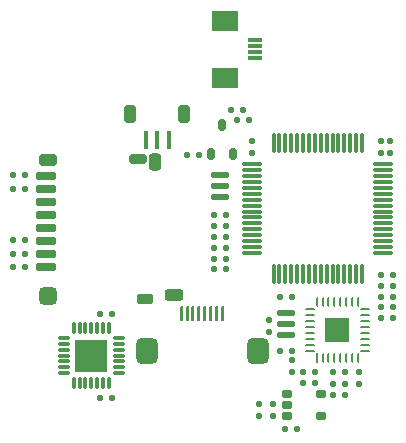
<source format=gtp>
G04*
G04 #@! TF.GenerationSoftware,Altium Limited,Altium Designer,21.9.2 (33)*
G04*
G04 Layer_Color=8421504*
%FSLAX25Y25*%
%MOIN*%
G70*
G04*
G04 #@! TF.SameCoordinates,3BF94A5F-7B75-4F2F-B618-769F4B2F0BBE*
G04*
G04*
G04 #@! TF.FilePolarity,Positive*
G04*
G01*
G75*
%ADD18R,0.08466X0.08466*%
G04:AMPARAMS|DCode=19|XSize=20mil|YSize=20mil|CornerRadius=5mil|HoleSize=0mil|Usage=FLASHONLY|Rotation=90.000|XOffset=0mil|YOffset=0mil|HoleType=Round|Shape=RoundedRectangle|*
%AMROUNDEDRECTD19*
21,1,0.02000,0.01000,0,0,90.0*
21,1,0.01000,0.02000,0,0,90.0*
1,1,0.01000,0.00500,0.00500*
1,1,0.01000,0.00500,-0.00500*
1,1,0.01000,-0.00500,-0.00500*
1,1,0.01000,-0.00500,0.00500*
%
%ADD19ROUNDEDRECTD19*%
G04:AMPARAMS|DCode=20|XSize=27.56mil|YSize=68.9mil|CornerRadius=6.89mil|HoleSize=0mil|Usage=FLASHONLY|Rotation=270.000|XOffset=0mil|YOffset=0mil|HoleType=Round|Shape=RoundedRectangle|*
%AMROUNDEDRECTD20*
21,1,0.02756,0.05512,0,0,270.0*
21,1,0.01378,0.06890,0,0,270.0*
1,1,0.01378,-0.02756,-0.00689*
1,1,0.01378,-0.02756,0.00689*
1,1,0.01378,0.02756,0.00689*
1,1,0.01378,0.02756,-0.00689*
%
%ADD20ROUNDEDRECTD20*%
G04:AMPARAMS|DCode=21|XSize=39.37mil|YSize=61.02mil|CornerRadius=9.84mil|HoleSize=0mil|Usage=FLASHONLY|Rotation=270.000|XOffset=0mil|YOffset=0mil|HoleType=Round|Shape=RoundedRectangle|*
%AMROUNDEDRECTD21*
21,1,0.03937,0.04134,0,0,270.0*
21,1,0.01968,0.06102,0,0,270.0*
1,1,0.01968,-0.02067,-0.00984*
1,1,0.01968,-0.02067,0.00984*
1,1,0.01968,0.02067,0.00984*
1,1,0.01968,0.02067,-0.00984*
%
%ADD21ROUNDEDRECTD21*%
G04:AMPARAMS|DCode=22|XSize=57.09mil|YSize=39.37mil|CornerRadius=9.84mil|HoleSize=0mil|Usage=FLASHONLY|Rotation=270.000|XOffset=0mil|YOffset=0mil|HoleType=Round|Shape=RoundedRectangle|*
%AMROUNDEDRECTD22*
21,1,0.05709,0.01968,0,0,270.0*
21,1,0.03740,0.03937,0,0,270.0*
1,1,0.01968,-0.00984,-0.01870*
1,1,0.01968,-0.00984,0.01870*
1,1,0.01968,0.00984,0.01870*
1,1,0.01968,0.00984,-0.01870*
%
%ADD22ROUNDEDRECTD22*%
G04:AMPARAMS|DCode=23|XSize=59.06mil|YSize=59.06mil|CornerRadius=14.76mil|HoleSize=0mil|Usage=FLASHONLY|Rotation=270.000|XOffset=0mil|YOffset=0mil|HoleType=Round|Shape=RoundedRectangle|*
%AMROUNDEDRECTD23*
21,1,0.05906,0.02953,0,0,270.0*
21,1,0.02953,0.05906,0,0,270.0*
1,1,0.02953,-0.01476,-0.01476*
1,1,0.02953,-0.01476,0.01476*
1,1,0.02953,0.01476,0.01476*
1,1,0.02953,0.01476,-0.01476*
%
%ADD23ROUNDEDRECTD23*%
G04:AMPARAMS|DCode=24|XSize=40mil|YSize=59.06mil|CornerRadius=10mil|HoleSize=0mil|Usage=FLASHONLY|Rotation=270.000|XOffset=0mil|YOffset=0mil|HoleType=Round|Shape=RoundedRectangle|*
%AMROUNDEDRECTD24*
21,1,0.04000,0.03906,0,0,270.0*
21,1,0.02000,0.05906,0,0,270.0*
1,1,0.02000,-0.01953,-0.01000*
1,1,0.02000,-0.01953,0.01000*
1,1,0.02000,0.01953,0.01000*
1,1,0.02000,0.01953,-0.01000*
%
%ADD24ROUNDEDRECTD24*%
G04:AMPARAMS|DCode=25|XSize=31.5mil|YSize=55.12mil|CornerRadius=7.87mil|HoleSize=0mil|Usage=FLASHONLY|Rotation=270.000|XOffset=0mil|YOffset=0mil|HoleType=Round|Shape=RoundedRectangle|*
%AMROUNDEDRECTD25*
21,1,0.03150,0.03937,0,0,270.0*
21,1,0.01575,0.05512,0,0,270.0*
1,1,0.01575,-0.01968,-0.00787*
1,1,0.01575,-0.01968,0.00787*
1,1,0.01575,0.01968,0.00787*
1,1,0.01575,0.01968,-0.00787*
%
%ADD25ROUNDEDRECTD25*%
G04:AMPARAMS|DCode=26|XSize=31.5mil|YSize=59.06mil|CornerRadius=7.87mil|HoleSize=0mil|Usage=FLASHONLY|Rotation=270.000|XOffset=0mil|YOffset=0mil|HoleType=Round|Shape=RoundedRectangle|*
%AMROUNDEDRECTD26*
21,1,0.03150,0.04331,0,0,270.0*
21,1,0.01575,0.05906,0,0,270.0*
1,1,0.01575,-0.02165,-0.00787*
1,1,0.01575,-0.02165,0.00787*
1,1,0.01575,0.02165,0.00787*
1,1,0.01575,0.02165,-0.00787*
%
%ADD26ROUNDEDRECTD26*%
%ADD27R,0.05118X0.01181*%
%ADD28R,0.08661X0.07087*%
G04:AMPARAMS|DCode=29|XSize=86mil|YSize=72mil|CornerRadius=18mil|HoleSize=0mil|Usage=FLASHONLY|Rotation=270.000|XOffset=0mil|YOffset=0mil|HoleType=Round|Shape=RoundedRectangle|*
%AMROUNDEDRECTD29*
21,1,0.08600,0.03600,0,0,270.0*
21,1,0.05000,0.07200,0,0,270.0*
1,1,0.03600,-0.01800,-0.02500*
1,1,0.03600,-0.01800,0.02500*
1,1,0.03600,0.01800,0.02500*
1,1,0.03600,0.01800,-0.02500*
%
%ADD29ROUNDEDRECTD29*%
G04:AMPARAMS|DCode=30|XSize=23.62mil|YSize=35mil|CornerRadius=5.91mil|HoleSize=0mil|Usage=FLASHONLY|Rotation=90.000|XOffset=0mil|YOffset=0mil|HoleType=Round|Shape=RoundedRectangle|*
%AMROUNDEDRECTD30*
21,1,0.02362,0.02319,0,0,90.0*
21,1,0.01181,0.03500,0,0,90.0*
1,1,0.01181,0.01159,0.00591*
1,1,0.01181,0.01159,-0.00591*
1,1,0.01181,-0.01159,-0.00591*
1,1,0.01181,-0.01159,0.00591*
%
%ADD30ROUNDEDRECTD30*%
G04:AMPARAMS|DCode=31|XSize=50mil|YSize=10mil|CornerRadius=2.5mil|HoleSize=0mil|Usage=FLASHONLY|Rotation=90.000|XOffset=0mil|YOffset=0mil|HoleType=Round|Shape=RoundedRectangle|*
%AMROUNDEDRECTD31*
21,1,0.05000,0.00500,0,0,90.0*
21,1,0.04500,0.01000,0,0,90.0*
1,1,0.00500,0.00250,0.02250*
1,1,0.00500,0.00250,-0.02250*
1,1,0.00500,-0.00250,-0.02250*
1,1,0.00500,-0.00250,0.02250*
%
%ADD31ROUNDEDRECTD31*%
G04:AMPARAMS|DCode=32|XSize=23.62mil|YSize=39.37mil|CornerRadius=5.91mil|HoleSize=0mil|Usage=FLASHONLY|Rotation=180.000|XOffset=0mil|YOffset=0mil|HoleType=Round|Shape=RoundedRectangle|*
%AMROUNDEDRECTD32*
21,1,0.02362,0.02756,0,0,180.0*
21,1,0.01181,0.03937,0,0,180.0*
1,1,0.01181,-0.00591,0.01378*
1,1,0.01181,0.00591,0.01378*
1,1,0.01181,0.00591,-0.01378*
1,1,0.01181,-0.00591,-0.01378*
%
%ADD32ROUNDEDRECTD32*%
%ADD33O,0.07087X0.01181*%
%ADD34O,0.01181X0.07087*%
%ADD35R,0.10630X0.11024*%
G04:AMPARAMS|DCode=36|XSize=12mil|YSize=38mil|CornerRadius=3mil|HoleSize=0mil|Usage=FLASHONLY|Rotation=0.000|XOffset=0mil|YOffset=0mil|HoleType=Round|Shape=RoundedRectangle|*
%AMROUNDEDRECTD36*
21,1,0.01200,0.03200,0,0,0.0*
21,1,0.00600,0.03800,0,0,0.0*
1,1,0.00600,0.00300,-0.01600*
1,1,0.00600,-0.00300,-0.01600*
1,1,0.00600,-0.00300,0.01600*
1,1,0.00600,0.00300,0.01600*
%
%ADD36ROUNDEDRECTD36*%
G04:AMPARAMS|DCode=37|XSize=12mil|YSize=38mil|CornerRadius=3mil|HoleSize=0mil|Usage=FLASHONLY|Rotation=90.000|XOffset=0mil|YOffset=0mil|HoleType=Round|Shape=RoundedRectangle|*
%AMROUNDEDRECTD37*
21,1,0.01200,0.03200,0,0,90.0*
21,1,0.00600,0.03800,0,0,90.0*
1,1,0.00600,0.01600,0.00300*
1,1,0.00600,0.01600,-0.00300*
1,1,0.00600,-0.01600,-0.00300*
1,1,0.00600,-0.01600,0.00300*
%
%ADD37ROUNDEDRECTD37*%
G04:AMPARAMS|DCode=38|XSize=9.42mil|YSize=31.88mil|CornerRadius=4.71mil|HoleSize=0mil|Usage=FLASHONLY|Rotation=90.000|XOffset=0mil|YOffset=0mil|HoleType=Round|Shape=RoundedRectangle|*
%AMROUNDEDRECTD38*
21,1,0.00942,0.02245,0,0,90.0*
21,1,0.00000,0.03188,0,0,90.0*
1,1,0.00942,0.01123,0.00000*
1,1,0.00942,0.01123,0.00000*
1,1,0.00942,-0.01123,0.00000*
1,1,0.00942,-0.01123,0.00000*
%
%ADD38ROUNDEDRECTD38*%
G04:AMPARAMS|DCode=39|XSize=31.88mil|YSize=9.42mil|CornerRadius=4.71mil|HoleSize=0mil|Usage=FLASHONLY|Rotation=90.000|XOffset=0mil|YOffset=0mil|HoleType=Round|Shape=RoundedRectangle|*
%AMROUNDEDRECTD39*
21,1,0.03188,0.00000,0,0,90.0*
21,1,0.02245,0.00942,0,0,90.0*
1,1,0.00942,0.00000,0.01123*
1,1,0.00942,0.00000,-0.01123*
1,1,0.00942,0.00000,-0.01123*
1,1,0.00942,0.00000,0.01123*
%
%ADD39ROUNDEDRECTD39*%
%ADD40R,0.00942X0.03188*%
G04:AMPARAMS|DCode=41|XSize=21.65mil|YSize=57.09mil|CornerRadius=5.41mil|HoleSize=0mil|Usage=FLASHONLY|Rotation=270.000|XOffset=0mil|YOffset=0mil|HoleType=Round|Shape=RoundedRectangle|*
%AMROUNDEDRECTD41*
21,1,0.02165,0.04626,0,0,270.0*
21,1,0.01083,0.05709,0,0,270.0*
1,1,0.01083,-0.02313,-0.00541*
1,1,0.01083,-0.02313,0.00541*
1,1,0.01083,0.02313,0.00541*
1,1,0.01083,0.02313,-0.00541*
%
%ADD41ROUNDEDRECTD41*%
G04:AMPARAMS|DCode=42|XSize=21.65mil|YSize=57.09mil|CornerRadius=5.41mil|HoleSize=0mil|Usage=FLASHONLY|Rotation=270.000|XOffset=0mil|YOffset=0mil|HoleType=Round|Shape=RoundedRectangle|*
%AMROUNDEDRECTD42*
21,1,0.02165,0.04626,0,0,270.0*
21,1,0.01083,0.05709,0,0,270.0*
1,1,0.01083,-0.02313,-0.00541*
1,1,0.01083,-0.02313,0.00541*
1,1,0.01083,0.02313,0.00541*
1,1,0.01083,0.02313,-0.00541*
%
%ADD42ROUNDEDRECTD42*%
G04:AMPARAMS|DCode=43|XSize=15.75mil|YSize=59.06mil|CornerRadius=3.94mil|HoleSize=0mil|Usage=FLASHONLY|Rotation=0.000|XOffset=0mil|YOffset=0mil|HoleType=Round|Shape=RoundedRectangle|*
%AMROUNDEDRECTD43*
21,1,0.01575,0.05118,0,0,0.0*
21,1,0.00787,0.05906,0,0,0.0*
1,1,0.00787,0.00394,-0.02559*
1,1,0.00787,-0.00394,-0.02559*
1,1,0.00787,-0.00394,0.02559*
1,1,0.00787,0.00394,0.02559*
%
%ADD43ROUNDEDRECTD43*%
G04:AMPARAMS|DCode=44|XSize=39.37mil|YSize=59.06mil|CornerRadius=9.84mil|HoleSize=0mil|Usage=FLASHONLY|Rotation=0.000|XOffset=0mil|YOffset=0mil|HoleType=Round|Shape=RoundedRectangle|*
%AMROUNDEDRECTD44*
21,1,0.03937,0.03937,0,0,0.0*
21,1,0.01968,0.05906,0,0,0.0*
1,1,0.01968,0.00984,-0.01968*
1,1,0.01968,-0.00984,-0.01968*
1,1,0.01968,-0.00984,0.01968*
1,1,0.01968,0.00984,0.01968*
%
%ADD44ROUNDEDRECTD44*%
G04:AMPARAMS|DCode=45|XSize=20mil|YSize=20mil|CornerRadius=5mil|HoleSize=0mil|Usage=FLASHONLY|Rotation=180.000|XOffset=0mil|YOffset=0mil|HoleType=Round|Shape=RoundedRectangle|*
%AMROUNDEDRECTD45*
21,1,0.02000,0.01000,0,0,180.0*
21,1,0.01000,0.02000,0,0,180.0*
1,1,0.01000,-0.00500,0.00500*
1,1,0.01000,0.00500,0.00500*
1,1,0.01000,0.00500,-0.00500*
1,1,0.01000,-0.00500,-0.00500*
%
%ADD45ROUNDEDRECTD45*%
D18*
X45000Y-29000D02*
D03*
D19*
X-59100Y-3700D02*
D03*
X-63100D02*
D03*
X43500Y-46850D02*
D03*
X47500D02*
D03*
Y-43000D02*
D03*
X43500D02*
D03*
Y-50700D02*
D03*
X47500D02*
D03*
X63500Y-25000D02*
D03*
X59500D02*
D03*
X33500Y-46800D02*
D03*
X37500D02*
D03*
X27500Y-62000D02*
D03*
X31500D02*
D03*
X63500Y-10700D02*
D03*
X59500D02*
D03*
X3800Y-5140D02*
D03*
X7800D02*
D03*
X3800Y-1480D02*
D03*
X7800D02*
D03*
Y-8800D02*
D03*
X3800D02*
D03*
X7800Y2180D02*
D03*
X3800D02*
D03*
X11500Y41000D02*
D03*
X15500D02*
D03*
X13500Y44500D02*
D03*
X9500D02*
D03*
X7800Y5840D02*
D03*
X3800D02*
D03*
X-5000Y29500D02*
D03*
X-1000D02*
D03*
X63500Y-14275D02*
D03*
X59500D02*
D03*
X3800Y9500D02*
D03*
X7800D02*
D03*
X-63100Y18100D02*
D03*
X-59100D02*
D03*
X-63100Y22700D02*
D03*
X-59100D02*
D03*
X-30000Y-23500D02*
D03*
X-34000D02*
D03*
X-63100Y-8100D02*
D03*
X-59100D02*
D03*
X-63100Y900D02*
D03*
X-59100D02*
D03*
X-30000Y-51500D02*
D03*
X-34000D02*
D03*
X33500Y-43000D02*
D03*
X37500D02*
D03*
X30000Y-36000D02*
D03*
X26000D02*
D03*
X59500Y-17850D02*
D03*
X63500D02*
D03*
X30000Y-18000D02*
D03*
X26000D02*
D03*
X59500Y-21425D02*
D03*
X63500D02*
D03*
D20*
X-51972Y-7875D02*
D03*
Y-3544D02*
D03*
Y787D02*
D03*
Y5117D02*
D03*
Y9448D02*
D03*
Y13779D02*
D03*
Y18110D02*
D03*
Y22440D02*
D03*
D21*
X-9453Y-17225D02*
D03*
D22*
X-15653Y26869D02*
D03*
D23*
X-51480Y-17521D02*
D03*
D24*
Y27665D02*
D03*
D25*
X-19000Y-18800D02*
D03*
D26*
X-21559Y28149D02*
D03*
D27*
X17431Y67553D02*
D03*
Y65584D02*
D03*
Y63616D02*
D03*
Y61647D02*
D03*
D28*
X7600Y74049D02*
D03*
X7600Y55151D02*
D03*
D29*
X-18563Y-36000D02*
D03*
X18563D02*
D03*
D30*
X28095Y-57740D02*
D03*
Y-54000D02*
D03*
Y-50260D02*
D03*
X39494D02*
D03*
Y-57740D02*
D03*
D31*
X-6890Y-23600D02*
D03*
X-4921D02*
D03*
X-2953D02*
D03*
X-984D02*
D03*
X984D02*
D03*
X2953D02*
D03*
X4921D02*
D03*
X6890D02*
D03*
D32*
X6500Y39406D02*
D03*
X10240Y29594D02*
D03*
X2760D02*
D03*
D33*
X16650Y26264D02*
D03*
Y24295D02*
D03*
Y22327D02*
D03*
Y20358D02*
D03*
Y18390D02*
D03*
Y16421D02*
D03*
Y14453D02*
D03*
Y12484D02*
D03*
Y10516D02*
D03*
Y8547D02*
D03*
Y6579D02*
D03*
Y4610D02*
D03*
Y2642D02*
D03*
Y673D02*
D03*
Y-1295D02*
D03*
Y-3264D02*
D03*
X60350D02*
D03*
Y-1295D02*
D03*
Y673D02*
D03*
Y2642D02*
D03*
Y4610D02*
D03*
Y6579D02*
D03*
Y8547D02*
D03*
Y10516D02*
D03*
Y12484D02*
D03*
Y14453D02*
D03*
Y16421D02*
D03*
Y18390D02*
D03*
Y20358D02*
D03*
Y22327D02*
D03*
Y24295D02*
D03*
Y26264D02*
D03*
D34*
X23736Y-10350D02*
D03*
X25705D02*
D03*
X27673D02*
D03*
X29642D02*
D03*
X31610D02*
D03*
X33579D02*
D03*
X35547D02*
D03*
X37516D02*
D03*
X39484D02*
D03*
X41453D02*
D03*
X43421D02*
D03*
X45390D02*
D03*
X47358D02*
D03*
X49327D02*
D03*
X51295D02*
D03*
X53264D02*
D03*
Y33350D02*
D03*
X51295D02*
D03*
X49327D02*
D03*
X47358D02*
D03*
X45390D02*
D03*
X43421D02*
D03*
X41453D02*
D03*
X39484D02*
D03*
X37516D02*
D03*
X35547D02*
D03*
X33579D02*
D03*
X31610D02*
D03*
X29642D02*
D03*
X27673D02*
D03*
X25705D02*
D03*
X23736D02*
D03*
D35*
X-37000Y-37500D02*
D03*
D36*
X-31095Y-46650D02*
D03*
X-33063D02*
D03*
X-35032D02*
D03*
X-37000D02*
D03*
X-38969D02*
D03*
X-40937D02*
D03*
X-42906D02*
D03*
Y-28350D02*
D03*
X-40937D02*
D03*
X-38969D02*
D03*
X-37000D02*
D03*
X-35032D02*
D03*
X-33063D02*
D03*
X-31095D02*
D03*
D37*
X-46150Y-43406D02*
D03*
Y-41437D02*
D03*
Y-39469D02*
D03*
Y-37500D02*
D03*
Y-35531D02*
D03*
Y-33563D02*
D03*
Y-31594D02*
D03*
X-27850D02*
D03*
Y-33563D02*
D03*
Y-35531D02*
D03*
Y-37500D02*
D03*
Y-39469D02*
D03*
Y-41437D02*
D03*
Y-43406D02*
D03*
D38*
X35743Y-35890D02*
D03*
Y-33921D02*
D03*
Y-31953D02*
D03*
Y-29984D02*
D03*
Y-28016D02*
D03*
Y-26047D02*
D03*
Y-24079D02*
D03*
Y-22110D02*
D03*
X54257D02*
D03*
Y-24079D02*
D03*
Y-26047D02*
D03*
Y-28016D02*
D03*
Y-29984D02*
D03*
Y-31953D02*
D03*
Y-33921D02*
D03*
Y-35890D02*
D03*
D39*
X38110Y-19743D02*
D03*
X40079D02*
D03*
X42047D02*
D03*
X44016D02*
D03*
X45984D02*
D03*
X47953D02*
D03*
X49921D02*
D03*
X51890D02*
D03*
Y-38257D02*
D03*
X49921D02*
D03*
X47953D02*
D03*
X45984D02*
D03*
X44016D02*
D03*
X42047D02*
D03*
X40079D02*
D03*
D40*
X38110D02*
D03*
D41*
X28000Y-30740D02*
D03*
Y-27000D02*
D03*
X6000Y19000D02*
D03*
Y15260D02*
D03*
D42*
X28000Y-23260D02*
D03*
X6000Y22740D02*
D03*
D43*
X-15000Y34500D02*
D03*
X-11063D02*
D03*
X-18937D02*
D03*
D44*
X-24055Y42965D02*
D03*
X-5945D02*
D03*
D45*
X22100Y-25500D02*
D03*
Y-29500D02*
D03*
X59500Y34000D02*
D03*
Y30000D02*
D03*
X23500Y-53500D02*
D03*
Y-57500D02*
D03*
X18900Y-53500D02*
D03*
Y-57500D02*
D03*
X16500Y34000D02*
D03*
Y30000D02*
D03*
X62700Y34000D02*
D03*
Y30000D02*
D03*
X30000Y-39000D02*
D03*
Y-43000D02*
D03*
X52100D02*
D03*
Y-47000D02*
D03*
M02*

</source>
